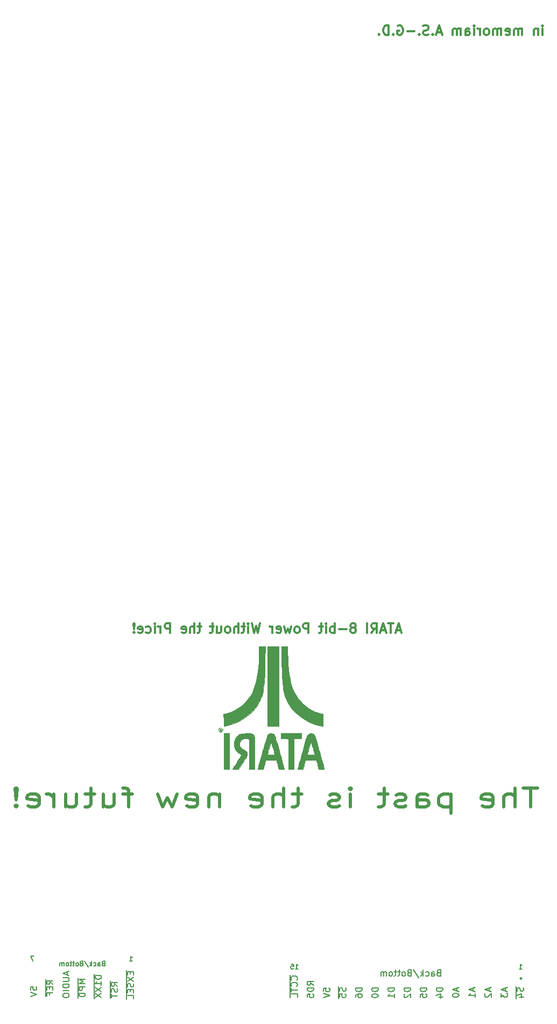
<source format=gbo>
%TF.GenerationSoftware,KiCad,Pcbnew,4.0.2+dfsg1-stable*%
%TF.CreationDate,2019-06-27T14:18:58+02:00*%
%TF.ProjectId,abex,616265782E6B696361645F7063620000,rev?*%
%TF.FileFunction,Legend,Bot*%
%FSLAX46Y46*%
G04 Gerber Fmt 4.6, Leading zero omitted, Abs format (unit mm)*
G04 Created by KiCad (PCBNEW 4.0.2+dfsg1-stable) date gio 27 giu 2019 14:18:58 CEST*
%MOMM*%
G01*
G04 APERTURE LIST*
%ADD10C,0.100000*%
%ADD11C,0.500000*%
%ADD12C,0.300000*%
%ADD13C,0.150000*%
%ADD14C,0.010000*%
G04 APERTURE END LIST*
D10*
D11*
X167063333Y-144407143D02*
X164777618Y-144407143D01*
X165920475Y-147407143D02*
X165920475Y-144407143D01*
X163444285Y-147407143D02*
X163444285Y-144407143D01*
X161729999Y-147407143D02*
X161729999Y-145835714D01*
X161920476Y-145550000D01*
X162301428Y-145407143D01*
X162872856Y-145407143D01*
X163253809Y-145550000D01*
X163444285Y-145692857D01*
X158301428Y-147264286D02*
X158682380Y-147407143D01*
X159444285Y-147407143D01*
X159825237Y-147264286D01*
X160015713Y-146978571D01*
X160015713Y-145835714D01*
X159825237Y-145550000D01*
X159444285Y-145407143D01*
X158682380Y-145407143D01*
X158301428Y-145550000D01*
X158110951Y-145835714D01*
X158110951Y-146121429D01*
X160015713Y-146407143D01*
X153349047Y-145407143D02*
X153349047Y-148407143D01*
X153349047Y-145550000D02*
X152968095Y-145407143D01*
X152206190Y-145407143D01*
X151825238Y-145550000D01*
X151634761Y-145692857D01*
X151444285Y-145978571D01*
X151444285Y-146835714D01*
X151634761Y-147121429D01*
X151825238Y-147264286D01*
X152206190Y-147407143D01*
X152968095Y-147407143D01*
X153349047Y-147264286D01*
X148015713Y-147407143D02*
X148015713Y-145835714D01*
X148206190Y-145550000D01*
X148587142Y-145407143D01*
X149349047Y-145407143D01*
X149729999Y-145550000D01*
X148015713Y-147264286D02*
X148396666Y-147407143D01*
X149349047Y-147407143D01*
X149729999Y-147264286D01*
X149920475Y-146978571D01*
X149920475Y-146692857D01*
X149729999Y-146407143D01*
X149349047Y-146264286D01*
X148396666Y-146264286D01*
X148015713Y-146121429D01*
X146301427Y-147264286D02*
X145920475Y-147407143D01*
X145158570Y-147407143D01*
X144777618Y-147264286D01*
X144587142Y-146978571D01*
X144587142Y-146835714D01*
X144777618Y-146550000D01*
X145158570Y-146407143D01*
X145729999Y-146407143D01*
X146110951Y-146264286D01*
X146301427Y-145978571D01*
X146301427Y-145835714D01*
X146110951Y-145550000D01*
X145729999Y-145407143D01*
X145158570Y-145407143D01*
X144777618Y-145550000D01*
X143444285Y-145407143D02*
X141920475Y-145407143D01*
X142872856Y-144407143D02*
X142872856Y-146978571D01*
X142682380Y-147264286D01*
X142301427Y-147407143D01*
X141920475Y-147407143D01*
X137539523Y-147407143D02*
X137539523Y-145407143D01*
X137539523Y-144407143D02*
X137729999Y-144550000D01*
X137539523Y-144692857D01*
X137349047Y-144550000D01*
X137539523Y-144407143D01*
X137539523Y-144692857D01*
X135825237Y-147264286D02*
X135444285Y-147407143D01*
X134682380Y-147407143D01*
X134301428Y-147264286D01*
X134110952Y-146978571D01*
X134110952Y-146835714D01*
X134301428Y-146550000D01*
X134682380Y-146407143D01*
X135253809Y-146407143D01*
X135634761Y-146264286D01*
X135825237Y-145978571D01*
X135825237Y-145835714D01*
X135634761Y-145550000D01*
X135253809Y-145407143D01*
X134682380Y-145407143D01*
X134301428Y-145550000D01*
X129920476Y-145407143D02*
X128396666Y-145407143D01*
X129349047Y-144407143D02*
X129349047Y-146978571D01*
X129158571Y-147264286D01*
X128777618Y-147407143D01*
X128396666Y-147407143D01*
X127063333Y-147407143D02*
X127063333Y-144407143D01*
X125349047Y-147407143D02*
X125349047Y-145835714D01*
X125539524Y-145550000D01*
X125920476Y-145407143D01*
X126491904Y-145407143D01*
X126872857Y-145550000D01*
X127063333Y-145692857D01*
X121920476Y-147264286D02*
X122301428Y-147407143D01*
X123063333Y-147407143D01*
X123444285Y-147264286D01*
X123634761Y-146978571D01*
X123634761Y-145835714D01*
X123444285Y-145550000D01*
X123063333Y-145407143D01*
X122301428Y-145407143D01*
X121920476Y-145550000D01*
X121729999Y-145835714D01*
X121729999Y-146121429D01*
X123634761Y-146407143D01*
X116968095Y-145407143D02*
X116968095Y-147407143D01*
X116968095Y-145692857D02*
X116777619Y-145550000D01*
X116396666Y-145407143D01*
X115825238Y-145407143D01*
X115444286Y-145550000D01*
X115253809Y-145835714D01*
X115253809Y-147407143D01*
X111825238Y-147264286D02*
X112206190Y-147407143D01*
X112968095Y-147407143D01*
X113349047Y-147264286D01*
X113539523Y-146978571D01*
X113539523Y-145835714D01*
X113349047Y-145550000D01*
X112968095Y-145407143D01*
X112206190Y-145407143D01*
X111825238Y-145550000D01*
X111634761Y-145835714D01*
X111634761Y-146121429D01*
X113539523Y-146407143D01*
X110301428Y-145407143D02*
X109539524Y-147407143D01*
X108777619Y-145978571D01*
X108015714Y-147407143D01*
X107253809Y-145407143D01*
X103253810Y-145407143D02*
X101730000Y-145407143D01*
X102682381Y-147407143D02*
X102682381Y-144835714D01*
X102491905Y-144550000D01*
X102110952Y-144407143D01*
X101730000Y-144407143D01*
X98682381Y-145407143D02*
X98682381Y-147407143D01*
X100396667Y-145407143D02*
X100396667Y-146978571D01*
X100206191Y-147264286D01*
X99825238Y-147407143D01*
X99253810Y-147407143D01*
X98872858Y-147264286D01*
X98682381Y-147121429D01*
X97349048Y-145407143D02*
X95825238Y-145407143D01*
X96777619Y-144407143D02*
X96777619Y-146978571D01*
X96587143Y-147264286D01*
X96206190Y-147407143D01*
X95825238Y-147407143D01*
X92777619Y-145407143D02*
X92777619Y-147407143D01*
X94491905Y-145407143D02*
X94491905Y-146978571D01*
X94301429Y-147264286D01*
X93920476Y-147407143D01*
X93349048Y-147407143D01*
X92968096Y-147264286D01*
X92777619Y-147121429D01*
X90872857Y-147407143D02*
X90872857Y-145407143D01*
X90872857Y-145978571D02*
X90682381Y-145692857D01*
X90491905Y-145550000D01*
X90110952Y-145407143D01*
X89730000Y-145407143D01*
X86872858Y-147264286D02*
X87253810Y-147407143D01*
X88015715Y-147407143D01*
X88396667Y-147264286D01*
X88587143Y-146978571D01*
X88587143Y-145835714D01*
X88396667Y-145550000D01*
X88015715Y-145407143D01*
X87253810Y-145407143D01*
X86872858Y-145550000D01*
X86682381Y-145835714D01*
X86682381Y-146121429D01*
X88587143Y-146407143D01*
X84968096Y-147121429D02*
X84777620Y-147264286D01*
X84968096Y-147407143D01*
X85158572Y-147264286D01*
X84968096Y-147121429D01*
X84968096Y-147407143D01*
X84968096Y-146264286D02*
X85158572Y-144550000D01*
X84968096Y-144407143D01*
X84777620Y-144550000D01*
X84968096Y-146264286D01*
X84968096Y-144407143D01*
D12*
X145495714Y-119630000D02*
X144781428Y-119630000D01*
X145638571Y-120058571D02*
X145138571Y-118558571D01*
X144638571Y-120058571D01*
X144352857Y-118558571D02*
X143495714Y-118558571D01*
X143924285Y-120058571D02*
X143924285Y-118558571D01*
X143067143Y-119630000D02*
X142352857Y-119630000D01*
X143210000Y-120058571D02*
X142710000Y-118558571D01*
X142210000Y-120058571D01*
X140852857Y-120058571D02*
X141352857Y-119344286D01*
X141710000Y-120058571D02*
X141710000Y-118558571D01*
X141138572Y-118558571D01*
X140995714Y-118630000D01*
X140924286Y-118701429D01*
X140852857Y-118844286D01*
X140852857Y-119058571D01*
X140924286Y-119201429D01*
X140995714Y-119272857D01*
X141138572Y-119344286D01*
X141710000Y-119344286D01*
X140210000Y-120058571D02*
X140210000Y-118558571D01*
X138138571Y-119201429D02*
X138281429Y-119130000D01*
X138352857Y-119058571D01*
X138424286Y-118915714D01*
X138424286Y-118844286D01*
X138352857Y-118701429D01*
X138281429Y-118630000D01*
X138138571Y-118558571D01*
X137852857Y-118558571D01*
X137710000Y-118630000D01*
X137638571Y-118701429D01*
X137567143Y-118844286D01*
X137567143Y-118915714D01*
X137638571Y-119058571D01*
X137710000Y-119130000D01*
X137852857Y-119201429D01*
X138138571Y-119201429D01*
X138281429Y-119272857D01*
X138352857Y-119344286D01*
X138424286Y-119487143D01*
X138424286Y-119772857D01*
X138352857Y-119915714D01*
X138281429Y-119987143D01*
X138138571Y-120058571D01*
X137852857Y-120058571D01*
X137710000Y-119987143D01*
X137638571Y-119915714D01*
X137567143Y-119772857D01*
X137567143Y-119487143D01*
X137638571Y-119344286D01*
X137710000Y-119272857D01*
X137852857Y-119201429D01*
X136924286Y-119487143D02*
X135781429Y-119487143D01*
X135067143Y-120058571D02*
X135067143Y-118558571D01*
X135067143Y-119130000D02*
X134924286Y-119058571D01*
X134638572Y-119058571D01*
X134495715Y-119130000D01*
X134424286Y-119201429D01*
X134352857Y-119344286D01*
X134352857Y-119772857D01*
X134424286Y-119915714D01*
X134495715Y-119987143D01*
X134638572Y-120058571D01*
X134924286Y-120058571D01*
X135067143Y-119987143D01*
X133710000Y-120058571D02*
X133710000Y-119058571D01*
X133710000Y-118558571D02*
X133781429Y-118630000D01*
X133710000Y-118701429D01*
X133638572Y-118630000D01*
X133710000Y-118558571D01*
X133710000Y-118701429D01*
X133210000Y-119058571D02*
X132638571Y-119058571D01*
X132995714Y-118558571D02*
X132995714Y-119844286D01*
X132924286Y-119987143D01*
X132781428Y-120058571D01*
X132638571Y-120058571D01*
X130995714Y-120058571D02*
X130995714Y-118558571D01*
X130424286Y-118558571D01*
X130281428Y-118630000D01*
X130210000Y-118701429D01*
X130138571Y-118844286D01*
X130138571Y-119058571D01*
X130210000Y-119201429D01*
X130281428Y-119272857D01*
X130424286Y-119344286D01*
X130995714Y-119344286D01*
X129281428Y-120058571D02*
X129424286Y-119987143D01*
X129495714Y-119915714D01*
X129567143Y-119772857D01*
X129567143Y-119344286D01*
X129495714Y-119201429D01*
X129424286Y-119130000D01*
X129281428Y-119058571D01*
X129067143Y-119058571D01*
X128924286Y-119130000D01*
X128852857Y-119201429D01*
X128781428Y-119344286D01*
X128781428Y-119772857D01*
X128852857Y-119915714D01*
X128924286Y-119987143D01*
X129067143Y-120058571D01*
X129281428Y-120058571D01*
X128281428Y-119058571D02*
X127995714Y-120058571D01*
X127710000Y-119344286D01*
X127424285Y-120058571D01*
X127138571Y-119058571D01*
X125995714Y-119987143D02*
X126138571Y-120058571D01*
X126424285Y-120058571D01*
X126567142Y-119987143D01*
X126638571Y-119844286D01*
X126638571Y-119272857D01*
X126567142Y-119130000D01*
X126424285Y-119058571D01*
X126138571Y-119058571D01*
X125995714Y-119130000D01*
X125924285Y-119272857D01*
X125924285Y-119415714D01*
X126638571Y-119558571D01*
X125281428Y-120058571D02*
X125281428Y-119058571D01*
X125281428Y-119344286D02*
X125210000Y-119201429D01*
X125138571Y-119130000D01*
X124995714Y-119058571D01*
X124852857Y-119058571D01*
X123352857Y-118558571D02*
X122995714Y-120058571D01*
X122710000Y-118987143D01*
X122424286Y-120058571D01*
X122067143Y-118558571D01*
X121495714Y-120058571D02*
X121495714Y-119058571D01*
X121495714Y-118558571D02*
X121567143Y-118630000D01*
X121495714Y-118701429D01*
X121424286Y-118630000D01*
X121495714Y-118558571D01*
X121495714Y-118701429D01*
X120995714Y-119058571D02*
X120424285Y-119058571D01*
X120781428Y-118558571D02*
X120781428Y-119844286D01*
X120710000Y-119987143D01*
X120567142Y-120058571D01*
X120424285Y-120058571D01*
X119924285Y-120058571D02*
X119924285Y-118558571D01*
X119281428Y-120058571D02*
X119281428Y-119272857D01*
X119352857Y-119130000D01*
X119495714Y-119058571D01*
X119709999Y-119058571D01*
X119852857Y-119130000D01*
X119924285Y-119201429D01*
X118352856Y-120058571D02*
X118495714Y-119987143D01*
X118567142Y-119915714D01*
X118638571Y-119772857D01*
X118638571Y-119344286D01*
X118567142Y-119201429D01*
X118495714Y-119130000D01*
X118352856Y-119058571D01*
X118138571Y-119058571D01*
X117995714Y-119130000D01*
X117924285Y-119201429D01*
X117852856Y-119344286D01*
X117852856Y-119772857D01*
X117924285Y-119915714D01*
X117995714Y-119987143D01*
X118138571Y-120058571D01*
X118352856Y-120058571D01*
X116567142Y-119058571D02*
X116567142Y-120058571D01*
X117209999Y-119058571D02*
X117209999Y-119844286D01*
X117138571Y-119987143D01*
X116995713Y-120058571D01*
X116781428Y-120058571D01*
X116638571Y-119987143D01*
X116567142Y-119915714D01*
X116067142Y-119058571D02*
X115495713Y-119058571D01*
X115852856Y-118558571D02*
X115852856Y-119844286D01*
X115781428Y-119987143D01*
X115638570Y-120058571D01*
X115495713Y-120058571D01*
X114067142Y-119058571D02*
X113495713Y-119058571D01*
X113852856Y-118558571D02*
X113852856Y-119844286D01*
X113781428Y-119987143D01*
X113638570Y-120058571D01*
X113495713Y-120058571D01*
X112995713Y-120058571D02*
X112995713Y-118558571D01*
X112352856Y-120058571D02*
X112352856Y-119272857D01*
X112424285Y-119130000D01*
X112567142Y-119058571D01*
X112781427Y-119058571D01*
X112924285Y-119130000D01*
X112995713Y-119201429D01*
X111067142Y-119987143D02*
X111209999Y-120058571D01*
X111495713Y-120058571D01*
X111638570Y-119987143D01*
X111709999Y-119844286D01*
X111709999Y-119272857D01*
X111638570Y-119130000D01*
X111495713Y-119058571D01*
X111209999Y-119058571D01*
X111067142Y-119130000D01*
X110995713Y-119272857D01*
X110995713Y-119415714D01*
X111709999Y-119558571D01*
X109209999Y-120058571D02*
X109209999Y-118558571D01*
X108638571Y-118558571D01*
X108495713Y-118630000D01*
X108424285Y-118701429D01*
X108352856Y-118844286D01*
X108352856Y-119058571D01*
X108424285Y-119201429D01*
X108495713Y-119272857D01*
X108638571Y-119344286D01*
X109209999Y-119344286D01*
X107709999Y-120058571D02*
X107709999Y-119058571D01*
X107709999Y-119344286D02*
X107638571Y-119201429D01*
X107567142Y-119130000D01*
X107424285Y-119058571D01*
X107281428Y-119058571D01*
X106781428Y-120058571D02*
X106781428Y-119058571D01*
X106781428Y-118558571D02*
X106852857Y-118630000D01*
X106781428Y-118701429D01*
X106710000Y-118630000D01*
X106781428Y-118558571D01*
X106781428Y-118701429D01*
X105424285Y-119987143D02*
X105567142Y-120058571D01*
X105852856Y-120058571D01*
X105995714Y-119987143D01*
X106067142Y-119915714D01*
X106138571Y-119772857D01*
X106138571Y-119344286D01*
X106067142Y-119201429D01*
X105995714Y-119130000D01*
X105852856Y-119058571D01*
X105567142Y-119058571D01*
X105424285Y-119130000D01*
X104210000Y-119987143D02*
X104352857Y-120058571D01*
X104638571Y-120058571D01*
X104781428Y-119987143D01*
X104852857Y-119844286D01*
X104852857Y-119272857D01*
X104781428Y-119130000D01*
X104638571Y-119058571D01*
X104352857Y-119058571D01*
X104210000Y-119130000D01*
X104138571Y-119272857D01*
X104138571Y-119415714D01*
X104852857Y-119558571D01*
X103495714Y-119915714D02*
X103424286Y-119987143D01*
X103495714Y-120058571D01*
X103567143Y-119987143D01*
X103495714Y-119915714D01*
X103495714Y-120058571D01*
X103495714Y-119487143D02*
X103567143Y-118630000D01*
X103495714Y-118558571D01*
X103424286Y-118630000D01*
X103495714Y-119487143D01*
X103495714Y-118558571D01*
X167797143Y-26078571D02*
X167797143Y-25078571D01*
X167797143Y-24578571D02*
X167868572Y-24650000D01*
X167797143Y-24721429D01*
X167725715Y-24650000D01*
X167797143Y-24578571D01*
X167797143Y-24721429D01*
X167082857Y-25078571D02*
X167082857Y-26078571D01*
X167082857Y-25221429D02*
X167011429Y-25150000D01*
X166868571Y-25078571D01*
X166654286Y-25078571D01*
X166511429Y-25150000D01*
X166440000Y-25292857D01*
X166440000Y-26078571D01*
X164582857Y-26078571D02*
X164582857Y-25078571D01*
X164582857Y-25221429D02*
X164511429Y-25150000D01*
X164368571Y-25078571D01*
X164154286Y-25078571D01*
X164011429Y-25150000D01*
X163940000Y-25292857D01*
X163940000Y-26078571D01*
X163940000Y-25292857D02*
X163868571Y-25150000D01*
X163725714Y-25078571D01*
X163511429Y-25078571D01*
X163368571Y-25150000D01*
X163297143Y-25292857D01*
X163297143Y-26078571D01*
X162011429Y-26007143D02*
X162154286Y-26078571D01*
X162440000Y-26078571D01*
X162582857Y-26007143D01*
X162654286Y-25864286D01*
X162654286Y-25292857D01*
X162582857Y-25150000D01*
X162440000Y-25078571D01*
X162154286Y-25078571D01*
X162011429Y-25150000D01*
X161940000Y-25292857D01*
X161940000Y-25435714D01*
X162654286Y-25578571D01*
X161297143Y-26078571D02*
X161297143Y-25078571D01*
X161297143Y-25221429D02*
X161225715Y-25150000D01*
X161082857Y-25078571D01*
X160868572Y-25078571D01*
X160725715Y-25150000D01*
X160654286Y-25292857D01*
X160654286Y-26078571D01*
X160654286Y-25292857D02*
X160582857Y-25150000D01*
X160440000Y-25078571D01*
X160225715Y-25078571D01*
X160082857Y-25150000D01*
X160011429Y-25292857D01*
X160011429Y-26078571D01*
X159082857Y-26078571D02*
X159225715Y-26007143D01*
X159297143Y-25935714D01*
X159368572Y-25792857D01*
X159368572Y-25364286D01*
X159297143Y-25221429D01*
X159225715Y-25150000D01*
X159082857Y-25078571D01*
X158868572Y-25078571D01*
X158725715Y-25150000D01*
X158654286Y-25221429D01*
X158582857Y-25364286D01*
X158582857Y-25792857D01*
X158654286Y-25935714D01*
X158725715Y-26007143D01*
X158868572Y-26078571D01*
X159082857Y-26078571D01*
X157940000Y-26078571D02*
X157940000Y-25078571D01*
X157940000Y-25364286D02*
X157868572Y-25221429D01*
X157797143Y-25150000D01*
X157654286Y-25078571D01*
X157511429Y-25078571D01*
X157011429Y-26078571D02*
X157011429Y-25078571D01*
X157011429Y-24578571D02*
X157082858Y-24650000D01*
X157011429Y-24721429D01*
X156940001Y-24650000D01*
X157011429Y-24578571D01*
X157011429Y-24721429D01*
X155654286Y-26078571D02*
X155654286Y-25292857D01*
X155725715Y-25150000D01*
X155868572Y-25078571D01*
X156154286Y-25078571D01*
X156297143Y-25150000D01*
X155654286Y-26007143D02*
X155797143Y-26078571D01*
X156154286Y-26078571D01*
X156297143Y-26007143D01*
X156368572Y-25864286D01*
X156368572Y-25721429D01*
X156297143Y-25578571D01*
X156154286Y-25507143D01*
X155797143Y-25507143D01*
X155654286Y-25435714D01*
X154940000Y-26078571D02*
X154940000Y-25078571D01*
X154940000Y-25221429D02*
X154868572Y-25150000D01*
X154725714Y-25078571D01*
X154511429Y-25078571D01*
X154368572Y-25150000D01*
X154297143Y-25292857D01*
X154297143Y-26078571D01*
X154297143Y-25292857D02*
X154225714Y-25150000D01*
X154082857Y-25078571D01*
X153868572Y-25078571D01*
X153725714Y-25150000D01*
X153654286Y-25292857D01*
X153654286Y-26078571D01*
X151868572Y-25650000D02*
X151154286Y-25650000D01*
X152011429Y-26078571D02*
X151511429Y-24578571D01*
X151011429Y-26078571D01*
X150511429Y-25935714D02*
X150440001Y-26007143D01*
X150511429Y-26078571D01*
X150582858Y-26007143D01*
X150511429Y-25935714D01*
X150511429Y-26078571D01*
X149868572Y-26007143D02*
X149654286Y-26078571D01*
X149297143Y-26078571D01*
X149154286Y-26007143D01*
X149082857Y-25935714D01*
X149011429Y-25792857D01*
X149011429Y-25650000D01*
X149082857Y-25507143D01*
X149154286Y-25435714D01*
X149297143Y-25364286D01*
X149582857Y-25292857D01*
X149725715Y-25221429D01*
X149797143Y-25150000D01*
X149868572Y-25007143D01*
X149868572Y-24864286D01*
X149797143Y-24721429D01*
X149725715Y-24650000D01*
X149582857Y-24578571D01*
X149225715Y-24578571D01*
X149011429Y-24650000D01*
X148368572Y-25935714D02*
X148297144Y-26007143D01*
X148368572Y-26078571D01*
X148440001Y-26007143D01*
X148368572Y-25935714D01*
X148368572Y-26078571D01*
X147654286Y-25507143D02*
X146511429Y-25507143D01*
X145011429Y-24650000D02*
X145154286Y-24578571D01*
X145368572Y-24578571D01*
X145582857Y-24650000D01*
X145725715Y-24792857D01*
X145797143Y-24935714D01*
X145868572Y-25221429D01*
X145868572Y-25435714D01*
X145797143Y-25721429D01*
X145725715Y-25864286D01*
X145582857Y-26007143D01*
X145368572Y-26078571D01*
X145225715Y-26078571D01*
X145011429Y-26007143D01*
X144940000Y-25935714D01*
X144940000Y-25435714D01*
X145225715Y-25435714D01*
X144297143Y-25935714D02*
X144225715Y-26007143D01*
X144297143Y-26078571D01*
X144368572Y-26007143D01*
X144297143Y-25935714D01*
X144297143Y-26078571D01*
X143582857Y-26078571D02*
X143582857Y-24578571D01*
X143225714Y-24578571D01*
X143011429Y-24650000D01*
X142868571Y-24792857D01*
X142797143Y-24935714D01*
X142725714Y-25221429D01*
X142725714Y-25435714D01*
X142797143Y-25721429D01*
X142868571Y-25864286D01*
X143011429Y-26007143D01*
X143225714Y-26078571D01*
X143582857Y-26078571D01*
X142082857Y-25935714D02*
X142011429Y-26007143D01*
X142082857Y-26078571D01*
X142154286Y-26007143D01*
X142082857Y-25935714D01*
X142082857Y-26078571D01*
D13*
X164535490Y-174365500D02*
G75*
G03X164535490Y-174365500I-141990J0D01*
G01*
X164457000Y-174365500D02*
G75*
G03X164457000Y-174365500I-63500J0D01*
G01*
D14*
G36*
X131111950Y-135873784D02*
X130920492Y-135981839D01*
X130776369Y-136159184D01*
X130696716Y-136350389D01*
X130669535Y-136443989D01*
X130623501Y-136604794D01*
X130560996Y-136824362D01*
X130484397Y-137094253D01*
X130396084Y-137406024D01*
X130298437Y-137751237D01*
X130193834Y-138121448D01*
X130084654Y-138508218D01*
X129973277Y-138903106D01*
X129862083Y-139297670D01*
X129753449Y-139683469D01*
X129649755Y-140052064D01*
X129553382Y-140395012D01*
X129466706Y-140703872D01*
X129392109Y-140970205D01*
X129331968Y-141185568D01*
X129288664Y-141341521D01*
X129264575Y-141429623D01*
X129260333Y-141446451D01*
X129299673Y-141455228D01*
X129405727Y-141462187D01*
X129560549Y-141466440D01*
X129682448Y-141467333D01*
X130104563Y-141467333D01*
X130187575Y-141181583D01*
X130236985Y-141010299D01*
X130298976Y-140793693D01*
X130363207Y-140567946D01*
X130390233Y-140472500D01*
X130509880Y-140049166D01*
X131331966Y-140037642D01*
X131588008Y-140035703D01*
X131814946Y-140037119D01*
X131999227Y-140041548D01*
X132127299Y-140048651D01*
X132185607Y-140058087D01*
X132187058Y-140059124D01*
X132208860Y-140109205D01*
X132248145Y-140226723D01*
X132300470Y-140397337D01*
X132361394Y-140606705D01*
X132406919Y-140769148D01*
X132593776Y-141446166D01*
X133022555Y-141458230D01*
X133201442Y-141461283D01*
X133343742Y-141459941D01*
X133431666Y-141454599D01*
X133451333Y-141448701D01*
X133440119Y-141402821D01*
X133408093Y-141284099D01*
X133357681Y-141101109D01*
X133291309Y-140862422D01*
X133211401Y-140576613D01*
X133120384Y-140252254D01*
X133020683Y-139897919D01*
X132914723Y-139522182D01*
X132814414Y-139167176D01*
X131957048Y-139167176D01*
X131950572Y-139189705D01*
X131904021Y-139205616D01*
X131806830Y-139215907D01*
X131648436Y-139221572D01*
X131418278Y-139223607D01*
X131357510Y-139223666D01*
X131116354Y-139222939D01*
X130947761Y-139219762D01*
X130839632Y-139212640D01*
X130779868Y-139200077D01*
X130756372Y-139180580D01*
X130757044Y-139152653D01*
X130757903Y-139149583D01*
X130776543Y-139085381D01*
X130814273Y-138955205D01*
X130866644Y-138774409D01*
X130929210Y-138558350D01*
X130975583Y-138398166D01*
X131049086Y-138144391D01*
X131121732Y-137893819D01*
X131187060Y-137668726D01*
X131238606Y-137491387D01*
X131257422Y-137426793D01*
X131307388Y-137271859D01*
X131345165Y-137194518D01*
X131373761Y-137189074D01*
X131378915Y-137196592D01*
X131400330Y-137254482D01*
X131440598Y-137381415D01*
X131495961Y-137564843D01*
X131562663Y-137792218D01*
X131636947Y-138050991D01*
X131675006Y-138185559D01*
X131750942Y-138454501D01*
X131820080Y-138697715D01*
X131878856Y-138902793D01*
X131923705Y-139057329D01*
X131951061Y-139148912D01*
X131957048Y-139167176D01*
X132814414Y-139167176D01*
X132804930Y-139133614D01*
X132693730Y-138740791D01*
X132583547Y-138352284D01*
X132476808Y-137976667D01*
X132375938Y-137622513D01*
X132283362Y-137298395D01*
X132201507Y-137012888D01*
X132132796Y-136774563D01*
X132079657Y-136591994D01*
X132044514Y-136473755D01*
X132036638Y-136448283D01*
X131938902Y-136194877D01*
X131824680Y-136016578D01*
X131683436Y-135904036D01*
X131504633Y-135847900D01*
X131348033Y-135837158D01*
X131111950Y-135873784D01*
X131111950Y-135873784D01*
G37*
X131111950Y-135873784D02*
X130920492Y-135981839D01*
X130776369Y-136159184D01*
X130696716Y-136350389D01*
X130669535Y-136443989D01*
X130623501Y-136604794D01*
X130560996Y-136824362D01*
X130484397Y-137094253D01*
X130396084Y-137406024D01*
X130298437Y-137751237D01*
X130193834Y-138121448D01*
X130084654Y-138508218D01*
X129973277Y-138903106D01*
X129862083Y-139297670D01*
X129753449Y-139683469D01*
X129649755Y-140052064D01*
X129553382Y-140395012D01*
X129466706Y-140703872D01*
X129392109Y-140970205D01*
X129331968Y-141185568D01*
X129288664Y-141341521D01*
X129264575Y-141429623D01*
X129260333Y-141446451D01*
X129299673Y-141455228D01*
X129405727Y-141462187D01*
X129560549Y-141466440D01*
X129682448Y-141467333D01*
X130104563Y-141467333D01*
X130187575Y-141181583D01*
X130236985Y-141010299D01*
X130298976Y-140793693D01*
X130363207Y-140567946D01*
X130390233Y-140472500D01*
X130509880Y-140049166D01*
X131331966Y-140037642D01*
X131588008Y-140035703D01*
X131814946Y-140037119D01*
X131999227Y-140041548D01*
X132127299Y-140048651D01*
X132185607Y-140058087D01*
X132187058Y-140059124D01*
X132208860Y-140109205D01*
X132248145Y-140226723D01*
X132300470Y-140397337D01*
X132361394Y-140606705D01*
X132406919Y-140769148D01*
X132593776Y-141446166D01*
X133022555Y-141458230D01*
X133201442Y-141461283D01*
X133343742Y-141459941D01*
X133431666Y-141454599D01*
X133451333Y-141448701D01*
X133440119Y-141402821D01*
X133408093Y-141284099D01*
X133357681Y-141101109D01*
X133291309Y-140862422D01*
X133211401Y-140576613D01*
X133120384Y-140252254D01*
X133020683Y-139897919D01*
X132914723Y-139522182D01*
X132814414Y-139167176D01*
X131957048Y-139167176D01*
X131950572Y-139189705D01*
X131904021Y-139205616D01*
X131806830Y-139215907D01*
X131648436Y-139221572D01*
X131418278Y-139223607D01*
X131357510Y-139223666D01*
X131116354Y-139222939D01*
X130947761Y-139219762D01*
X130839632Y-139212640D01*
X130779868Y-139200077D01*
X130756372Y-139180580D01*
X130757044Y-139152653D01*
X130757903Y-139149583D01*
X130776543Y-139085381D01*
X130814273Y-138955205D01*
X130866644Y-138774409D01*
X130929210Y-138558350D01*
X130975583Y-138398166D01*
X131049086Y-138144391D01*
X131121732Y-137893819D01*
X131187060Y-137668726D01*
X131238606Y-137491387D01*
X131257422Y-137426793D01*
X131307388Y-137271859D01*
X131345165Y-137194518D01*
X131373761Y-137189074D01*
X131378915Y-137196592D01*
X131400330Y-137254482D01*
X131440598Y-137381415D01*
X131495961Y-137564843D01*
X131562663Y-137792218D01*
X131636947Y-138050991D01*
X131675006Y-138185559D01*
X131750942Y-138454501D01*
X131820080Y-138697715D01*
X131878856Y-138902793D01*
X131923705Y-139057329D01*
X131951061Y-139148912D01*
X131957048Y-139167176D01*
X132814414Y-139167176D01*
X132804930Y-139133614D01*
X132693730Y-138740791D01*
X132583547Y-138352284D01*
X132476808Y-137976667D01*
X132375938Y-137622513D01*
X132283362Y-137298395D01*
X132201507Y-137012888D01*
X132132796Y-136774563D01*
X132079657Y-136591994D01*
X132044514Y-136473755D01*
X132036638Y-136448283D01*
X131938902Y-136194877D01*
X131824680Y-136016578D01*
X131683436Y-135904036D01*
X131504633Y-135847900D01*
X131348033Y-135837158D01*
X131111950Y-135873784D01*
G36*
X126635666Y-136641333D02*
X126840830Y-136641333D01*
X126979646Y-136644461D01*
X127168455Y-136652783D01*
X127372854Y-136664700D01*
X127433496Y-136668839D01*
X127821000Y-136696344D01*
X127821000Y-141467333D01*
X128667666Y-141467333D01*
X128667666Y-136641333D01*
X129853000Y-136641333D01*
X129853000Y-135837000D01*
X126635666Y-135837000D01*
X126635666Y-136641333D01*
X126635666Y-136641333D01*
G37*
X126635666Y-136641333D02*
X126840830Y-136641333D01*
X126979646Y-136644461D01*
X127168455Y-136652783D01*
X127372854Y-136664700D01*
X127433496Y-136668839D01*
X127821000Y-136696344D01*
X127821000Y-141467333D01*
X128667666Y-141467333D01*
X128667666Y-136641333D01*
X129853000Y-136641333D01*
X129853000Y-135837000D01*
X126635666Y-135837000D01*
X126635666Y-136641333D01*
G36*
X124846270Y-135869875D02*
X124748315Y-135905006D01*
X124625648Y-135990190D01*
X124524403Y-136103585D01*
X124520495Y-136109746D01*
X124497762Y-136168081D01*
X124454706Y-136299358D01*
X124393785Y-136495032D01*
X124317457Y-136746560D01*
X124228180Y-137045397D01*
X124128411Y-137382999D01*
X124020609Y-137750823D01*
X123907231Y-138140323D01*
X123790735Y-138542955D01*
X123673579Y-138950177D01*
X123558220Y-139353442D01*
X123447118Y-139744208D01*
X123342729Y-140113930D01*
X123247511Y-140454064D01*
X123163923Y-140756066D01*
X123094422Y-141011391D01*
X123041465Y-141211496D01*
X123007512Y-141347836D01*
X122995018Y-141411867D01*
X122995000Y-141412789D01*
X123018270Y-141439471D01*
X123095323Y-141456492D01*
X123237018Y-141465276D01*
X123410605Y-141467333D01*
X123826209Y-141467333D01*
X124006121Y-140821750D01*
X124069210Y-140595480D01*
X124125417Y-140394106D01*
X124170300Y-140233531D01*
X124199414Y-140129655D01*
X124207202Y-140102083D01*
X124221143Y-140076408D01*
X124253686Y-140057413D01*
X124316069Y-140044109D01*
X124419533Y-140035506D01*
X124575313Y-140030614D01*
X124794651Y-140028444D01*
X125048521Y-140028000D01*
X125355715Y-140029572D01*
X125586288Y-140034618D01*
X125748230Y-140043632D01*
X125849535Y-140057106D01*
X125898194Y-140075534D01*
X125902918Y-140080735D01*
X125925930Y-140137762D01*
X125967325Y-140261153D01*
X126022317Y-140435837D01*
X126086117Y-140646746D01*
X126128208Y-140789819D01*
X126319249Y-141446166D01*
X126731458Y-141458282D01*
X126928020Y-141461661D01*
X127053383Y-141456907D01*
X127120750Y-141442544D01*
X127143327Y-141417099D01*
X127143666Y-141412243D01*
X127132559Y-141359965D01*
X127100858Y-141235196D01*
X127050997Y-141046922D01*
X126985410Y-140804129D01*
X126906531Y-140515801D01*
X126816793Y-140190923D01*
X126718630Y-139838481D01*
X126681756Y-139706794D01*
X126532958Y-139176249D01*
X125662000Y-139176249D01*
X125627031Y-139197450D01*
X125519481Y-139212208D01*
X125335388Y-139220842D01*
X125070788Y-139223666D01*
X125069333Y-139223666D01*
X124856335Y-139221368D01*
X124677295Y-139215056D01*
X124547360Y-139205605D01*
X124481675Y-139193890D01*
X124476666Y-139189448D01*
X124488080Y-139133476D01*
X124519653Y-139011545D01*
X124567382Y-138837372D01*
X124627266Y-138624674D01*
X124695303Y-138387169D01*
X124767491Y-138138573D01*
X124839826Y-137892603D01*
X124908309Y-137662976D01*
X124968935Y-137463410D01*
X125017703Y-137307622D01*
X125050611Y-137209327D01*
X125062488Y-137181578D01*
X125080286Y-137213161D01*
X125117104Y-137313086D01*
X125168989Y-137468203D01*
X125231991Y-137665365D01*
X125302155Y-137891423D01*
X125375532Y-138133227D01*
X125448168Y-138377628D01*
X125516112Y-138611478D01*
X125575411Y-138821628D01*
X125622115Y-138994929D01*
X125652270Y-139118233D01*
X125662000Y-139176249D01*
X126532958Y-139176249D01*
X126504790Y-139075815D01*
X126348988Y-138521233D01*
X126212634Y-138037928D01*
X126094013Y-137620780D01*
X125991409Y-137264668D01*
X125903106Y-136964473D01*
X125827390Y-136715075D01*
X125762543Y-136511353D01*
X125706852Y-136348189D01*
X125658599Y-136220460D01*
X125616070Y-136123049D01*
X125577549Y-136050834D01*
X125541320Y-135998697D01*
X125505669Y-135961515D01*
X125468878Y-135934171D01*
X125429233Y-135911543D01*
X125406015Y-135899473D01*
X125242149Y-135850456D01*
X125042536Y-135840700D01*
X124846270Y-135869875D01*
X124846270Y-135869875D01*
G37*
X124846270Y-135869875D02*
X124748315Y-135905006D01*
X124625648Y-135990190D01*
X124524403Y-136103585D01*
X124520495Y-136109746D01*
X124497762Y-136168081D01*
X124454706Y-136299358D01*
X124393785Y-136495032D01*
X124317457Y-136746560D01*
X124228180Y-137045397D01*
X124128411Y-137382999D01*
X124020609Y-137750823D01*
X123907231Y-138140323D01*
X123790735Y-138542955D01*
X123673579Y-138950177D01*
X123558220Y-139353442D01*
X123447118Y-139744208D01*
X123342729Y-140113930D01*
X123247511Y-140454064D01*
X123163923Y-140756066D01*
X123094422Y-141011391D01*
X123041465Y-141211496D01*
X123007512Y-141347836D01*
X122995018Y-141411867D01*
X122995000Y-141412789D01*
X123018270Y-141439471D01*
X123095323Y-141456492D01*
X123237018Y-141465276D01*
X123410605Y-141467333D01*
X123826209Y-141467333D01*
X124006121Y-140821750D01*
X124069210Y-140595480D01*
X124125417Y-140394106D01*
X124170300Y-140233531D01*
X124199414Y-140129655D01*
X124207202Y-140102083D01*
X124221143Y-140076408D01*
X124253686Y-140057413D01*
X124316069Y-140044109D01*
X124419533Y-140035506D01*
X124575313Y-140030614D01*
X124794651Y-140028444D01*
X125048521Y-140028000D01*
X125355715Y-140029572D01*
X125586288Y-140034618D01*
X125748230Y-140043632D01*
X125849535Y-140057106D01*
X125898194Y-140075534D01*
X125902918Y-140080735D01*
X125925930Y-140137762D01*
X125967325Y-140261153D01*
X126022317Y-140435837D01*
X126086117Y-140646746D01*
X126128208Y-140789819D01*
X126319249Y-141446166D01*
X126731458Y-141458282D01*
X126928020Y-141461661D01*
X127053383Y-141456907D01*
X127120750Y-141442544D01*
X127143327Y-141417099D01*
X127143666Y-141412243D01*
X127132559Y-141359965D01*
X127100858Y-141235196D01*
X127050997Y-141046922D01*
X126985410Y-140804129D01*
X126906531Y-140515801D01*
X126816793Y-140190923D01*
X126718630Y-139838481D01*
X126681756Y-139706794D01*
X126532958Y-139176249D01*
X125662000Y-139176249D01*
X125627031Y-139197450D01*
X125519481Y-139212208D01*
X125335388Y-139220842D01*
X125070788Y-139223666D01*
X125069333Y-139223666D01*
X124856335Y-139221368D01*
X124677295Y-139215056D01*
X124547360Y-139205605D01*
X124481675Y-139193890D01*
X124476666Y-139189448D01*
X124488080Y-139133476D01*
X124519653Y-139011545D01*
X124567382Y-138837372D01*
X124627266Y-138624674D01*
X124695303Y-138387169D01*
X124767491Y-138138573D01*
X124839826Y-137892603D01*
X124908309Y-137662976D01*
X124968935Y-137463410D01*
X125017703Y-137307622D01*
X125050611Y-137209327D01*
X125062488Y-137181578D01*
X125080286Y-137213161D01*
X125117104Y-137313086D01*
X125168989Y-137468203D01*
X125231991Y-137665365D01*
X125302155Y-137891423D01*
X125375532Y-138133227D01*
X125448168Y-138377628D01*
X125516112Y-138611478D01*
X125575411Y-138821628D01*
X125622115Y-138994929D01*
X125652270Y-139118233D01*
X125662000Y-139176249D01*
X126532958Y-139176249D01*
X126504790Y-139075815D01*
X126348988Y-138521233D01*
X126212634Y-138037928D01*
X126094013Y-137620780D01*
X125991409Y-137264668D01*
X125903106Y-136964473D01*
X125827390Y-136715075D01*
X125762543Y-136511353D01*
X125706852Y-136348189D01*
X125658599Y-136220460D01*
X125616070Y-136123049D01*
X125577549Y-136050834D01*
X125541320Y-135998697D01*
X125505669Y-135961515D01*
X125468878Y-135934171D01*
X125429233Y-135911543D01*
X125406015Y-135899473D01*
X125242149Y-135850456D01*
X125042536Y-135840700D01*
X124846270Y-135869875D01*
G36*
X121466969Y-135841346D02*
X121194056Y-135845165D01*
X121174666Y-135845478D01*
X120897503Y-135850440D01*
X120689919Y-135856349D01*
X120536835Y-135865146D01*
X120423170Y-135878769D01*
X120333843Y-135899161D01*
X120253774Y-135928260D01*
X120167883Y-135968007D01*
X120148480Y-135977502D01*
X119848338Y-136170948D01*
X119601770Y-136429458D01*
X119422546Y-136726000D01*
X119366216Y-136848705D01*
X119328736Y-136951901D01*
X119306285Y-137058305D01*
X119295043Y-137190635D01*
X119291189Y-137371609D01*
X119290833Y-137509166D01*
X119292387Y-137731670D01*
X119299381Y-137891984D01*
X119315314Y-138012560D01*
X119343682Y-138115852D01*
X119387984Y-138224315D01*
X119409542Y-138271166D01*
X119528902Y-138488197D01*
X119674222Y-138670061D01*
X119865324Y-138838206D01*
X120058795Y-138973550D01*
X120190129Y-139065025D01*
X120291540Y-139146661D01*
X120342883Y-139202100D01*
X120344484Y-139205563D01*
X120353093Y-139243954D01*
X120348197Y-139292127D01*
X120325316Y-139358004D01*
X120279970Y-139449506D01*
X120207679Y-139574553D01*
X120103964Y-139741066D01*
X119964344Y-139956968D01*
X119784340Y-140230179D01*
X119653647Y-140427078D01*
X119485685Y-140681136D01*
X119334280Y-140912888D01*
X119205507Y-141112817D01*
X119105438Y-141271402D01*
X119040148Y-141379124D01*
X119015709Y-141426467D01*
X119015666Y-141426995D01*
X119055486Y-141444056D01*
X119164964Y-141457297D01*
X119329130Y-141465406D01*
X119476478Y-141467333D01*
X119937289Y-141467333D01*
X120627314Y-140419583D01*
X120825755Y-140117565D01*
X120982334Y-139876699D01*
X121102170Y-139687701D01*
X121190380Y-139541287D01*
X121252082Y-139428172D01*
X121292393Y-139339070D01*
X121316431Y-139264698D01*
X121329315Y-139195770D01*
X121335266Y-139135204D01*
X121338141Y-138954198D01*
X121307767Y-138814960D01*
X121232750Y-138701408D01*
X121101698Y-138597459D01*
X120903219Y-138487031D01*
X120861308Y-138466140D01*
X120587336Y-138307676D01*
X120369046Y-138132890D01*
X120215621Y-137950731D01*
X120136247Y-137770149D01*
X120133533Y-137756912D01*
X120121498Y-137632467D01*
X120119722Y-137468146D01*
X120124676Y-137358981D01*
X120163912Y-137133180D01*
X120253231Y-136959334D01*
X120406462Y-136812887D01*
X120449355Y-136782430D01*
X120585219Y-136722219D01*
X120777936Y-136677799D01*
X121000643Y-136652331D01*
X121226471Y-136648980D01*
X121416301Y-136668585D01*
X121541360Y-136697633D01*
X121607263Y-136737185D01*
X121639192Y-136805211D01*
X121645551Y-136832175D01*
X121650820Y-136897919D01*
X121655937Y-137039970D01*
X121660791Y-137249970D01*
X121665267Y-137519558D01*
X121669255Y-137840376D01*
X121672640Y-138204065D01*
X121675310Y-138602265D01*
X121677152Y-139026616D01*
X121677658Y-139213083D01*
X121682666Y-141467333D01*
X122487000Y-141467333D01*
X122487000Y-138894922D01*
X122487105Y-138341446D01*
X122486931Y-137866274D01*
X122485746Y-137463042D01*
X122482814Y-137125389D01*
X122477403Y-136846952D01*
X122468780Y-136621370D01*
X122456210Y-136442279D01*
X122438961Y-136303319D01*
X122416299Y-136198126D01*
X122387490Y-136120338D01*
X122351801Y-136063593D01*
X122308499Y-136021529D01*
X122256850Y-135987784D01*
X122196120Y-135955995D01*
X122145201Y-135930145D01*
X122074944Y-135895816D01*
X122006618Y-135870960D01*
X121925940Y-135854331D01*
X121818628Y-135844683D01*
X121670399Y-135840770D01*
X121466969Y-135841346D01*
X121466969Y-135841346D01*
G37*
X121466969Y-135841346D02*
X121194056Y-135845165D01*
X121174666Y-135845478D01*
X120897503Y-135850440D01*
X120689919Y-135856349D01*
X120536835Y-135865146D01*
X120423170Y-135878769D01*
X120333843Y-135899161D01*
X120253774Y-135928260D01*
X120167883Y-135968007D01*
X120148480Y-135977502D01*
X119848338Y-136170948D01*
X119601770Y-136429458D01*
X119422546Y-136726000D01*
X119366216Y-136848705D01*
X119328736Y-136951901D01*
X119306285Y-137058305D01*
X119295043Y-137190635D01*
X119291189Y-137371609D01*
X119290833Y-137509166D01*
X119292387Y-137731670D01*
X119299381Y-137891984D01*
X119315314Y-138012560D01*
X119343682Y-138115852D01*
X119387984Y-138224315D01*
X119409542Y-138271166D01*
X119528902Y-138488197D01*
X119674222Y-138670061D01*
X119865324Y-138838206D01*
X120058795Y-138973550D01*
X120190129Y-139065025D01*
X120291540Y-139146661D01*
X120342883Y-139202100D01*
X120344484Y-139205563D01*
X120353093Y-139243954D01*
X120348197Y-139292127D01*
X120325316Y-139358004D01*
X120279970Y-139449506D01*
X120207679Y-139574553D01*
X120103964Y-139741066D01*
X119964344Y-139956968D01*
X119784340Y-140230179D01*
X119653647Y-140427078D01*
X119485685Y-140681136D01*
X119334280Y-140912888D01*
X119205507Y-141112817D01*
X119105438Y-141271402D01*
X119040148Y-141379124D01*
X119015709Y-141426467D01*
X119015666Y-141426995D01*
X119055486Y-141444056D01*
X119164964Y-141457297D01*
X119329130Y-141465406D01*
X119476478Y-141467333D01*
X119937289Y-141467333D01*
X120627314Y-140419583D01*
X120825755Y-140117565D01*
X120982334Y-139876699D01*
X121102170Y-139687701D01*
X121190380Y-139541287D01*
X121252082Y-139428172D01*
X121292393Y-139339070D01*
X121316431Y-139264698D01*
X121329315Y-139195770D01*
X121335266Y-139135204D01*
X121338141Y-138954198D01*
X121307767Y-138814960D01*
X121232750Y-138701408D01*
X121101698Y-138597459D01*
X120903219Y-138487031D01*
X120861308Y-138466140D01*
X120587336Y-138307676D01*
X120369046Y-138132890D01*
X120215621Y-137950731D01*
X120136247Y-137770149D01*
X120133533Y-137756912D01*
X120121498Y-137632467D01*
X120119722Y-137468146D01*
X120124676Y-137358981D01*
X120163912Y-137133180D01*
X120253231Y-136959334D01*
X120406462Y-136812887D01*
X120449355Y-136782430D01*
X120585219Y-136722219D01*
X120777936Y-136677799D01*
X121000643Y-136652331D01*
X121226471Y-136648980D01*
X121416301Y-136668585D01*
X121541360Y-136697633D01*
X121607263Y-136737185D01*
X121639192Y-136805211D01*
X121645551Y-136832175D01*
X121650820Y-136897919D01*
X121655937Y-137039970D01*
X121660791Y-137249970D01*
X121665267Y-137519558D01*
X121669255Y-137840376D01*
X121672640Y-138204065D01*
X121675310Y-138602265D01*
X121677152Y-139026616D01*
X121677658Y-139213083D01*
X121682666Y-141467333D01*
X122487000Y-141467333D01*
X122487000Y-138894922D01*
X122487105Y-138341446D01*
X122486931Y-137866274D01*
X122485746Y-137463042D01*
X122482814Y-137125389D01*
X122477403Y-136846952D01*
X122468780Y-136621370D01*
X122456210Y-136442279D01*
X122438961Y-136303319D01*
X122416299Y-136198126D01*
X122387490Y-136120338D01*
X122351801Y-136063593D01*
X122308499Y-136021529D01*
X122256850Y-135987784D01*
X122196120Y-135955995D01*
X122145201Y-135930145D01*
X122074944Y-135895816D01*
X122006618Y-135870960D01*
X121925940Y-135854331D01*
X121818628Y-135844683D01*
X121670399Y-135840770D01*
X121466969Y-135841346D01*
G36*
X117661000Y-141467333D02*
X118056111Y-141467333D01*
X118231357Y-141464487D01*
X118373276Y-141456853D01*
X118461513Y-141445790D01*
X118479444Y-141439111D01*
X118484282Y-141393012D01*
X118488858Y-141269327D01*
X118493101Y-141075135D01*
X118496940Y-140817516D01*
X118500304Y-140503550D01*
X118503122Y-140140316D01*
X118505324Y-139734895D01*
X118506838Y-139294365D01*
X118507593Y-138825807D01*
X118507666Y-138623944D01*
X118507666Y-135837000D01*
X117661000Y-135837000D01*
X117661000Y-141467333D01*
X117661000Y-141467333D01*
G37*
X117661000Y-141467333D02*
X118056111Y-141467333D01*
X118231357Y-141464487D01*
X118373276Y-141456853D01*
X118461513Y-141445790D01*
X118479444Y-141439111D01*
X118484282Y-141393012D01*
X118488858Y-141269327D01*
X118493101Y-141075135D01*
X118496940Y-140817516D01*
X118500304Y-140503550D01*
X118503122Y-140140316D01*
X118505324Y-139734895D01*
X118506838Y-139294365D01*
X118507593Y-138825807D01*
X118507666Y-138623944D01*
X118507666Y-135837000D01*
X117661000Y-135837000D01*
X117661000Y-141467333D01*
G36*
X116974726Y-134975703D02*
X116932414Y-135005712D01*
X116852536Y-135102937D01*
X116799843Y-135232908D01*
X116789662Y-135354472D01*
X116794591Y-135375820D01*
X116860355Y-135476724D01*
X116971724Y-135567268D01*
X117092263Y-135620494D01*
X117131833Y-135625333D01*
X117230986Y-135599685D01*
X117337307Y-135537973D01*
X117337791Y-135537594D01*
X117428657Y-135417898D01*
X117453828Y-135270995D01*
X117412995Y-135123465D01*
X117343667Y-135032823D01*
X117267330Y-134972394D01*
X117218596Y-134954279D01*
X117215346Y-134956209D01*
X117230059Y-134991990D01*
X117296898Y-135047129D01*
X117299845Y-135049074D01*
X117382414Y-135147456D01*
X117413381Y-135279379D01*
X117391840Y-135412441D01*
X117316888Y-135514239D01*
X117312914Y-135517099D01*
X117172947Y-135576460D01*
X117043852Y-135566832D01*
X116937472Y-135503886D01*
X116865647Y-135403295D01*
X116840221Y-135280730D01*
X116873033Y-135151864D01*
X116957805Y-135047133D01*
X117028167Y-134975901D01*
X117032045Y-134949217D01*
X116974726Y-134975703D01*
X116974726Y-134975703D01*
G37*
X116974726Y-134975703D02*
X116932414Y-135005712D01*
X116852536Y-135102937D01*
X116799843Y-135232908D01*
X116789662Y-135354472D01*
X116794591Y-135375820D01*
X116860355Y-135476724D01*
X116971724Y-135567268D01*
X117092263Y-135620494D01*
X117131833Y-135625333D01*
X117230986Y-135599685D01*
X117337307Y-135537973D01*
X117337791Y-135537594D01*
X117428657Y-135417898D01*
X117453828Y-135270995D01*
X117412995Y-135123465D01*
X117343667Y-135032823D01*
X117267330Y-134972394D01*
X117218596Y-134954279D01*
X117215346Y-134956209D01*
X117230059Y-134991990D01*
X117296898Y-135047129D01*
X117299845Y-135049074D01*
X117382414Y-135147456D01*
X117413381Y-135279379D01*
X117391840Y-135412441D01*
X117316888Y-135514239D01*
X117312914Y-135517099D01*
X117172947Y-135576460D01*
X117043852Y-135566832D01*
X116937472Y-135503886D01*
X116865647Y-135403295D01*
X116840221Y-135280730D01*
X116873033Y-135151864D01*
X116957805Y-135047133D01*
X117028167Y-134975901D01*
X117032045Y-134949217D01*
X116974726Y-134975703D01*
G36*
X117081253Y-135107444D02*
X117051415Y-135157864D01*
X117045590Y-135244385D01*
X117035293Y-135363841D01*
X117012445Y-135452357D01*
X117010615Y-135456052D01*
X117010112Y-135473829D01*
X117052969Y-135433566D01*
X117061310Y-135424250D01*
X117127531Y-135356656D01*
X117167425Y-135329000D01*
X117190856Y-135364787D01*
X117206107Y-135424250D01*
X117222738Y-135486239D01*
X117244453Y-135470032D01*
X117254368Y-135449446D01*
X117272610Y-135359405D01*
X117272597Y-135239882D01*
X117272399Y-135237779D01*
X117265192Y-135202000D01*
X117195333Y-135202000D01*
X117175827Y-135269143D01*
X117142416Y-135276083D01*
X117093257Y-135224088D01*
X117089500Y-135202000D01*
X117122883Y-135138435D01*
X117142416Y-135127916D01*
X117184904Y-135147564D01*
X117195333Y-135202000D01*
X117265192Y-135202000D01*
X117252608Y-135139528D01*
X117205453Y-135100957D01*
X117153000Y-135096166D01*
X117081253Y-135107444D01*
X117081253Y-135107444D01*
G37*
X117081253Y-135107444D02*
X117051415Y-135157864D01*
X117045590Y-135244385D01*
X117035293Y-135363841D01*
X117012445Y-135452357D01*
X117010615Y-135456052D01*
X117010112Y-135473829D01*
X117052969Y-135433566D01*
X117061310Y-135424250D01*
X117127531Y-135356656D01*
X117167425Y-135329000D01*
X117190856Y-135364787D01*
X117206107Y-135424250D01*
X117222738Y-135486239D01*
X117244453Y-135470032D01*
X117254368Y-135449446D01*
X117272610Y-135359405D01*
X117272597Y-135239882D01*
X117272399Y-135237779D01*
X117265192Y-135202000D01*
X117195333Y-135202000D01*
X117175827Y-135269143D01*
X117142416Y-135276083D01*
X117093257Y-135224088D01*
X117089500Y-135202000D01*
X117122883Y-135138435D01*
X117142416Y-135127916D01*
X117184904Y-135147564D01*
X117195333Y-135202000D01*
X117265192Y-135202000D01*
X117252608Y-135139528D01*
X117205453Y-135100957D01*
X117153000Y-135096166D01*
X117081253Y-135107444D01*
G36*
X126736165Y-124248249D02*
X126749843Y-125053256D01*
X126767340Y-125780119D01*
X126789548Y-126435312D01*
X126817360Y-127025308D01*
X126851670Y-127556581D01*
X126893369Y-128035603D01*
X126943352Y-128468847D01*
X127002511Y-128862786D01*
X127071738Y-129223894D01*
X127151927Y-129558643D01*
X127243971Y-129873507D01*
X127348763Y-130174959D01*
X127467195Y-130469471D01*
X127600161Y-130763518D01*
X127648842Y-130864544D01*
X127896076Y-131322939D01*
X128171477Y-131735587D01*
X128494079Y-132128826D01*
X128776145Y-132424567D01*
X129365612Y-132957660D01*
X129998069Y-133430161D01*
X130664686Y-133837208D01*
X131356631Y-134173941D01*
X132065075Y-134435500D01*
X132746824Y-134610221D01*
X132926699Y-134645617D01*
X133075746Y-134673615D01*
X133174286Y-134690591D01*
X133201908Y-134694000D01*
X133212933Y-134653597D01*
X133222646Y-134540102D01*
X133230587Y-134365085D01*
X133236295Y-134140117D01*
X133239310Y-133876768D01*
X133239666Y-133744501D01*
X133239666Y-132795002D01*
X132996250Y-132745036D01*
X132436391Y-132595489D01*
X131871323Y-132379858D01*
X131328559Y-132110147D01*
X130850525Y-131808998D01*
X130449186Y-131493107D01*
X130045891Y-131118994D01*
X129656859Y-130705017D01*
X129298313Y-130269537D01*
X128986472Y-129830914D01*
X128750267Y-129431850D01*
X128539732Y-128980057D01*
X128352720Y-128467932D01*
X128188742Y-127892645D01*
X128047306Y-127251364D01*
X127927921Y-126541261D01*
X127830097Y-125759504D01*
X127753341Y-124903263D01*
X127697164Y-123969708D01*
X127667430Y-123189916D01*
X127638358Y-122205666D01*
X126707039Y-122205666D01*
X126736165Y-124248249D01*
X126736165Y-124248249D01*
G37*
X126736165Y-124248249D02*
X126749843Y-125053256D01*
X126767340Y-125780119D01*
X126789548Y-126435312D01*
X126817360Y-127025308D01*
X126851670Y-127556581D01*
X126893369Y-128035603D01*
X126943352Y-128468847D01*
X127002511Y-128862786D01*
X127071738Y-129223894D01*
X127151927Y-129558643D01*
X127243971Y-129873507D01*
X127348763Y-130174959D01*
X127467195Y-130469471D01*
X127600161Y-130763518D01*
X127648842Y-130864544D01*
X127896076Y-131322939D01*
X128171477Y-131735587D01*
X128494079Y-132128826D01*
X128776145Y-132424567D01*
X129365612Y-132957660D01*
X129998069Y-133430161D01*
X130664686Y-133837208D01*
X131356631Y-134173941D01*
X132065075Y-134435500D01*
X132746824Y-134610221D01*
X132926699Y-134645617D01*
X133075746Y-134673615D01*
X133174286Y-134690591D01*
X133201908Y-134694000D01*
X133212933Y-134653597D01*
X133222646Y-134540102D01*
X133230587Y-134365085D01*
X133236295Y-134140117D01*
X133239310Y-133876768D01*
X133239666Y-133744501D01*
X133239666Y-132795002D01*
X132996250Y-132745036D01*
X132436391Y-132595489D01*
X131871323Y-132379858D01*
X131328559Y-132110147D01*
X130850525Y-131808998D01*
X130449186Y-131493107D01*
X130045891Y-131118994D01*
X129656859Y-130705017D01*
X129298313Y-130269537D01*
X128986472Y-129830914D01*
X128750267Y-129431850D01*
X128539732Y-128980057D01*
X128352720Y-128467932D01*
X128188742Y-127892645D01*
X128047306Y-127251364D01*
X127927921Y-126541261D01*
X127830097Y-125759504D01*
X127753341Y-124903263D01*
X127697164Y-123969708D01*
X127667430Y-123189916D01*
X127638358Y-122205666D01*
X126707039Y-122205666D01*
X126736165Y-124248249D01*
G36*
X124519000Y-134694000D02*
X126339333Y-134694000D01*
X126339333Y-122205666D01*
X124519000Y-122205666D01*
X124519000Y-134694000D01*
X124519000Y-134694000D01*
G37*
X124519000Y-134694000D02*
X126339333Y-134694000D01*
X126339333Y-122205666D01*
X124519000Y-122205666D01*
X124519000Y-134694000D01*
G36*
X123206449Y-122851250D02*
X123191531Y-123731580D01*
X123148323Y-124601673D01*
X123078255Y-125447928D01*
X122982755Y-126256744D01*
X122863252Y-127014522D01*
X122721174Y-127707660D01*
X122677087Y-127890117D01*
X122517659Y-128459313D01*
X122336681Y-128966508D01*
X122124621Y-129428380D01*
X121871948Y-129861606D01*
X121569128Y-130282865D01*
X121206630Y-130708834D01*
X120857166Y-131074344D01*
X120348894Y-131541980D01*
X119831990Y-131930758D01*
X119296237Y-132246471D01*
X118731415Y-132494913D01*
X118127306Y-132681876D01*
X117945952Y-132724837D01*
X117617070Y-132797854D01*
X117628452Y-133734788D01*
X117632955Y-134045033D01*
X117638458Y-134280472D01*
X117645742Y-134450963D01*
X117655587Y-134566365D01*
X117668776Y-134636539D01*
X117686088Y-134671343D01*
X117703333Y-134680333D01*
X117770971Y-134675736D01*
X117898952Y-134656207D01*
X118065009Y-134625361D01*
X118153046Y-134607313D01*
X118894835Y-134407958D01*
X119621275Y-134128407D01*
X120325030Y-133772748D01*
X120998764Y-133345072D01*
X121635144Y-132849468D01*
X122128198Y-132390986D01*
X122516370Y-131969051D01*
X122838199Y-131547493D01*
X123109098Y-131104678D01*
X123265217Y-130795107D01*
X123402098Y-130487268D01*
X123523891Y-130177898D01*
X123631479Y-129860376D01*
X123725743Y-129528082D01*
X123807565Y-129174394D01*
X123877825Y-128792693D01*
X123937407Y-128376357D01*
X123987190Y-127918765D01*
X124028058Y-127413297D01*
X124060891Y-126853331D01*
X124086570Y-126232248D01*
X124105979Y-125543426D01*
X124119997Y-124780245D01*
X124125658Y-124332916D01*
X124149007Y-122205666D01*
X123206666Y-122205666D01*
X123206449Y-122851250D01*
X123206449Y-122851250D01*
G37*
X123206449Y-122851250D02*
X123191531Y-123731580D01*
X123148323Y-124601673D01*
X123078255Y-125447928D01*
X122982755Y-126256744D01*
X122863252Y-127014522D01*
X122721174Y-127707660D01*
X122677087Y-127890117D01*
X122517659Y-128459313D01*
X122336681Y-128966508D01*
X122124621Y-129428380D01*
X121871948Y-129861606D01*
X121569128Y-130282865D01*
X121206630Y-130708834D01*
X120857166Y-131074344D01*
X120348894Y-131541980D01*
X119831990Y-131930758D01*
X119296237Y-132246471D01*
X118731415Y-132494913D01*
X118127306Y-132681876D01*
X117945952Y-132724837D01*
X117617070Y-132797854D01*
X117628452Y-133734788D01*
X117632955Y-134045033D01*
X117638458Y-134280472D01*
X117645742Y-134450963D01*
X117655587Y-134566365D01*
X117668776Y-134636539D01*
X117686088Y-134671343D01*
X117703333Y-134680333D01*
X117770971Y-134675736D01*
X117898952Y-134656207D01*
X118065009Y-134625361D01*
X118153046Y-134607313D01*
X118894835Y-134407958D01*
X119621275Y-134128407D01*
X120325030Y-133772748D01*
X120998764Y-133345072D01*
X121635144Y-132849468D01*
X122128198Y-132390986D01*
X122516370Y-131969051D01*
X122838199Y-131547493D01*
X123109098Y-131104678D01*
X123265217Y-130795107D01*
X123402098Y-130487268D01*
X123523891Y-130177898D01*
X123631479Y-129860376D01*
X123725743Y-129528082D01*
X123807565Y-129174394D01*
X123877825Y-128792693D01*
X123937407Y-128376357D01*
X123987190Y-127918765D01*
X124028058Y-127413297D01*
X124060891Y-126853331D01*
X124086570Y-126232248D01*
X124105979Y-125543426D01*
X124119997Y-124780245D01*
X124125658Y-124332916D01*
X124149007Y-122205666D01*
X123206666Y-122205666D01*
X123206449Y-122851250D01*
D13*
X128912857Y-172863286D02*
X129341429Y-172863286D01*
X129127143Y-172863286D02*
X129127143Y-172113286D01*
X129198572Y-172220429D01*
X129270000Y-172291857D01*
X129341429Y-172327571D01*
X128234286Y-172113286D02*
X128591429Y-172113286D01*
X128627143Y-172470429D01*
X128591429Y-172434714D01*
X128520000Y-172399000D01*
X128341429Y-172399000D01*
X128270000Y-172434714D01*
X128234286Y-172470429D01*
X128198571Y-172541857D01*
X128198571Y-172720429D01*
X128234286Y-172791857D01*
X128270000Y-172827571D01*
X128341429Y-172863286D01*
X128520000Y-172863286D01*
X128591429Y-172827571D01*
X128627143Y-172791857D01*
X164115714Y-172863286D02*
X164544286Y-172863286D01*
X164330000Y-172863286D02*
X164330000Y-172113286D01*
X164401429Y-172220429D01*
X164472857Y-172291857D01*
X164544286Y-172327571D01*
X151438952Y-173468571D02*
X151296095Y-173516190D01*
X151248476Y-173563810D01*
X151200857Y-173659048D01*
X151200857Y-173801905D01*
X151248476Y-173897143D01*
X151296095Y-173944762D01*
X151391333Y-173992381D01*
X151772286Y-173992381D01*
X151772286Y-172992381D01*
X151438952Y-172992381D01*
X151343714Y-173040000D01*
X151296095Y-173087619D01*
X151248476Y-173182857D01*
X151248476Y-173278095D01*
X151296095Y-173373333D01*
X151343714Y-173420952D01*
X151438952Y-173468571D01*
X151772286Y-173468571D01*
X150343714Y-173992381D02*
X150343714Y-173468571D01*
X150391333Y-173373333D01*
X150486571Y-173325714D01*
X150677048Y-173325714D01*
X150772286Y-173373333D01*
X150343714Y-173944762D02*
X150438952Y-173992381D01*
X150677048Y-173992381D01*
X150772286Y-173944762D01*
X150819905Y-173849524D01*
X150819905Y-173754286D01*
X150772286Y-173659048D01*
X150677048Y-173611429D01*
X150438952Y-173611429D01*
X150343714Y-173563810D01*
X149438952Y-173944762D02*
X149534190Y-173992381D01*
X149724667Y-173992381D01*
X149819905Y-173944762D01*
X149867524Y-173897143D01*
X149915143Y-173801905D01*
X149915143Y-173516190D01*
X149867524Y-173420952D01*
X149819905Y-173373333D01*
X149724667Y-173325714D01*
X149534190Y-173325714D01*
X149438952Y-173373333D01*
X149010381Y-173992381D02*
X149010381Y-172992381D01*
X148915143Y-173611429D02*
X148629428Y-173992381D01*
X148629428Y-173325714D02*
X149010381Y-173706667D01*
X147486571Y-172944762D02*
X148343714Y-174230476D01*
X146819904Y-173468571D02*
X146677047Y-173516190D01*
X146629428Y-173563810D01*
X146581809Y-173659048D01*
X146581809Y-173801905D01*
X146629428Y-173897143D01*
X146677047Y-173944762D01*
X146772285Y-173992381D01*
X147153238Y-173992381D01*
X147153238Y-172992381D01*
X146819904Y-172992381D01*
X146724666Y-173040000D01*
X146677047Y-173087619D01*
X146629428Y-173182857D01*
X146629428Y-173278095D01*
X146677047Y-173373333D01*
X146724666Y-173420952D01*
X146819904Y-173468571D01*
X147153238Y-173468571D01*
X146010381Y-173992381D02*
X146105619Y-173944762D01*
X146153238Y-173897143D01*
X146200857Y-173801905D01*
X146200857Y-173516190D01*
X146153238Y-173420952D01*
X146105619Y-173373333D01*
X146010381Y-173325714D01*
X145867523Y-173325714D01*
X145772285Y-173373333D01*
X145724666Y-173420952D01*
X145677047Y-173516190D01*
X145677047Y-173801905D01*
X145724666Y-173897143D01*
X145772285Y-173944762D01*
X145867523Y-173992381D01*
X146010381Y-173992381D01*
X145391333Y-173325714D02*
X145010381Y-173325714D01*
X145248476Y-172992381D02*
X145248476Y-173849524D01*
X145200857Y-173944762D01*
X145105619Y-173992381D01*
X145010381Y-173992381D01*
X144819904Y-173325714D02*
X144438952Y-173325714D01*
X144677047Y-172992381D02*
X144677047Y-173849524D01*
X144629428Y-173944762D01*
X144534190Y-173992381D01*
X144438952Y-173992381D01*
X143962761Y-173992381D02*
X144057999Y-173944762D01*
X144105618Y-173897143D01*
X144153237Y-173801905D01*
X144153237Y-173516190D01*
X144105618Y-173420952D01*
X144057999Y-173373333D01*
X143962761Y-173325714D01*
X143819903Y-173325714D01*
X143724665Y-173373333D01*
X143677046Y-173420952D01*
X143629427Y-173516190D01*
X143629427Y-173801905D01*
X143677046Y-173897143D01*
X143724665Y-173944762D01*
X143819903Y-173992381D01*
X143962761Y-173992381D01*
X143200856Y-173992381D02*
X143200856Y-173325714D01*
X143200856Y-173420952D02*
X143153237Y-173373333D01*
X143057999Y-173325714D01*
X142915141Y-173325714D01*
X142819903Y-173373333D01*
X142772284Y-173468571D01*
X142772284Y-173992381D01*
X142772284Y-173468571D02*
X142724665Y-173373333D01*
X142629427Y-173325714D01*
X142486570Y-173325714D01*
X142391332Y-173373333D01*
X142343713Y-173468571D01*
X142343713Y-173992381D01*
X129127143Y-174595810D02*
X129174762Y-174548191D01*
X129222381Y-174405334D01*
X129222381Y-174310096D01*
X129174762Y-174167238D01*
X129079524Y-174072000D01*
X128984286Y-174024381D01*
X128793810Y-173976762D01*
X128650952Y-173976762D01*
X128460476Y-174024381D01*
X128365238Y-174072000D01*
X128270000Y-174167238D01*
X128222381Y-174310096D01*
X128222381Y-174405334D01*
X128270000Y-174548191D01*
X128317619Y-174595810D01*
X129127143Y-175595810D02*
X129174762Y-175548191D01*
X129222381Y-175405334D01*
X129222381Y-175310096D01*
X129174762Y-175167238D01*
X129079524Y-175072000D01*
X128984286Y-175024381D01*
X128793810Y-174976762D01*
X128650952Y-174976762D01*
X128460476Y-175024381D01*
X128365238Y-175072000D01*
X128270000Y-175167238D01*
X128222381Y-175310096D01*
X128222381Y-175405334D01*
X128270000Y-175548191D01*
X128317619Y-175595810D01*
X128222381Y-175881524D02*
X128222381Y-176452953D01*
X129222381Y-176167238D02*
X128222381Y-176167238D01*
X129222381Y-177262477D02*
X129222381Y-176786286D01*
X128222381Y-176786286D01*
X128050000Y-173786286D02*
X128050000Y-177357715D01*
X131762381Y-175413334D02*
X131286190Y-175080000D01*
X131762381Y-174841905D02*
X130762381Y-174841905D01*
X130762381Y-175222858D01*
X130810000Y-175318096D01*
X130857619Y-175365715D01*
X130952857Y-175413334D01*
X131095714Y-175413334D01*
X131190952Y-175365715D01*
X131238571Y-175318096D01*
X131286190Y-175222858D01*
X131286190Y-174841905D01*
X131762381Y-175841905D02*
X130762381Y-175841905D01*
X130762381Y-176080000D01*
X130810000Y-176222858D01*
X130905238Y-176318096D01*
X131000476Y-176365715D01*
X131190952Y-176413334D01*
X131333810Y-176413334D01*
X131524286Y-176365715D01*
X131619524Y-176318096D01*
X131714762Y-176222858D01*
X131762381Y-176080000D01*
X131762381Y-175841905D01*
X130762381Y-177318096D02*
X130762381Y-176841905D01*
X131238571Y-176794286D01*
X131190952Y-176841905D01*
X131143333Y-176937143D01*
X131143333Y-177175239D01*
X131190952Y-177270477D01*
X131238571Y-177318096D01*
X131333810Y-177365715D01*
X131571905Y-177365715D01*
X131667143Y-177318096D01*
X131714762Y-177270477D01*
X131762381Y-177175239D01*
X131762381Y-176937143D01*
X131714762Y-176841905D01*
X131667143Y-176794286D01*
X136794762Y-175826095D02*
X136842381Y-175968952D01*
X136842381Y-176207048D01*
X136794762Y-176302286D01*
X136747143Y-176349905D01*
X136651905Y-176397524D01*
X136556667Y-176397524D01*
X136461429Y-176349905D01*
X136413810Y-176302286D01*
X136366190Y-176207048D01*
X136318571Y-176016571D01*
X136270952Y-175921333D01*
X136223333Y-175873714D01*
X136128095Y-175826095D01*
X136032857Y-175826095D01*
X135937619Y-175873714D01*
X135890000Y-175921333D01*
X135842381Y-176016571D01*
X135842381Y-176254667D01*
X135890000Y-176397524D01*
X135842381Y-177302286D02*
X135842381Y-176826095D01*
X136318571Y-176778476D01*
X136270952Y-176826095D01*
X136223333Y-176921333D01*
X136223333Y-177159429D01*
X136270952Y-177254667D01*
X136318571Y-177302286D01*
X136413810Y-177349905D01*
X136651905Y-177349905D01*
X136747143Y-177302286D01*
X136794762Y-177254667D01*
X136842381Y-177159429D01*
X136842381Y-176921333D01*
X136794762Y-176826095D01*
X136747143Y-176778476D01*
X135670000Y-175635619D02*
X135670000Y-177540381D01*
X147002381Y-175849905D02*
X146002381Y-175849905D01*
X146002381Y-176088000D01*
X146050000Y-176230858D01*
X146145238Y-176326096D01*
X146240476Y-176373715D01*
X146430952Y-176421334D01*
X146573810Y-176421334D01*
X146764286Y-176373715D01*
X146859524Y-176326096D01*
X146954762Y-176230858D01*
X147002381Y-176088000D01*
X147002381Y-175849905D01*
X146097619Y-176802286D02*
X146050000Y-176849905D01*
X146002381Y-176945143D01*
X146002381Y-177183239D01*
X146050000Y-177278477D01*
X146097619Y-177326096D01*
X146192857Y-177373715D01*
X146288095Y-177373715D01*
X146430952Y-177326096D01*
X147002381Y-176754667D01*
X147002381Y-177373715D01*
X144462381Y-175849905D02*
X143462381Y-175849905D01*
X143462381Y-176088000D01*
X143510000Y-176230858D01*
X143605238Y-176326096D01*
X143700476Y-176373715D01*
X143890952Y-176421334D01*
X144033810Y-176421334D01*
X144224286Y-176373715D01*
X144319524Y-176326096D01*
X144414762Y-176230858D01*
X144462381Y-176088000D01*
X144462381Y-175849905D01*
X144462381Y-177373715D02*
X144462381Y-176802286D01*
X144462381Y-177088000D02*
X143462381Y-177088000D01*
X143605238Y-176992762D01*
X143700476Y-176897524D01*
X143748095Y-176802286D01*
X141922381Y-175849905D02*
X140922381Y-175849905D01*
X140922381Y-176088000D01*
X140970000Y-176230858D01*
X141065238Y-176326096D01*
X141160476Y-176373715D01*
X141350952Y-176421334D01*
X141493810Y-176421334D01*
X141684286Y-176373715D01*
X141779524Y-176326096D01*
X141874762Y-176230858D01*
X141922381Y-176088000D01*
X141922381Y-175849905D01*
X140922381Y-177040381D02*
X140922381Y-177135620D01*
X140970000Y-177230858D01*
X141017619Y-177278477D01*
X141112857Y-177326096D01*
X141303333Y-177373715D01*
X141541429Y-177373715D01*
X141731905Y-177326096D01*
X141827143Y-177278477D01*
X141874762Y-177230858D01*
X141922381Y-177135620D01*
X141922381Y-177040381D01*
X141874762Y-176945143D01*
X141827143Y-176897524D01*
X141731905Y-176849905D01*
X141541429Y-176802286D01*
X141303333Y-176802286D01*
X141112857Y-176849905D01*
X141017619Y-176897524D01*
X140970000Y-176945143D01*
X140922381Y-177040381D01*
X139382381Y-175849905D02*
X138382381Y-175849905D01*
X138382381Y-176088000D01*
X138430000Y-176230858D01*
X138525238Y-176326096D01*
X138620476Y-176373715D01*
X138810952Y-176421334D01*
X138953810Y-176421334D01*
X139144286Y-176373715D01*
X139239524Y-176326096D01*
X139334762Y-176230858D01*
X139382381Y-176088000D01*
X139382381Y-175849905D01*
X138382381Y-177278477D02*
X138382381Y-177088000D01*
X138430000Y-176992762D01*
X138477619Y-176945143D01*
X138620476Y-176849905D01*
X138810952Y-176802286D01*
X139191905Y-176802286D01*
X139287143Y-176849905D01*
X139334762Y-176897524D01*
X139382381Y-176992762D01*
X139382381Y-177183239D01*
X139334762Y-177278477D01*
X139287143Y-177326096D01*
X139191905Y-177373715D01*
X138953810Y-177373715D01*
X138858571Y-177326096D01*
X138810952Y-177278477D01*
X138763333Y-177183239D01*
X138763333Y-176992762D01*
X138810952Y-176897524D01*
X138858571Y-176849905D01*
X138953810Y-176802286D01*
X149542381Y-175849905D02*
X148542381Y-175849905D01*
X148542381Y-176088000D01*
X148590000Y-176230858D01*
X148685238Y-176326096D01*
X148780476Y-176373715D01*
X148970952Y-176421334D01*
X149113810Y-176421334D01*
X149304286Y-176373715D01*
X149399524Y-176326096D01*
X149494762Y-176230858D01*
X149542381Y-176088000D01*
X149542381Y-175849905D01*
X148542381Y-177326096D02*
X148542381Y-176849905D01*
X149018571Y-176802286D01*
X148970952Y-176849905D01*
X148923333Y-176945143D01*
X148923333Y-177183239D01*
X148970952Y-177278477D01*
X149018571Y-177326096D01*
X149113810Y-177373715D01*
X149351905Y-177373715D01*
X149447143Y-177326096D01*
X149494762Y-177278477D01*
X149542381Y-177183239D01*
X149542381Y-176945143D01*
X149494762Y-176849905D01*
X149447143Y-176802286D01*
X152082381Y-175849905D02*
X151082381Y-175849905D01*
X151082381Y-176088000D01*
X151130000Y-176230858D01*
X151225238Y-176326096D01*
X151320476Y-176373715D01*
X151510952Y-176421334D01*
X151653810Y-176421334D01*
X151844286Y-176373715D01*
X151939524Y-176326096D01*
X152034762Y-176230858D01*
X152082381Y-176088000D01*
X152082381Y-175849905D01*
X151415714Y-177278477D02*
X152082381Y-177278477D01*
X151034762Y-177040381D02*
X151749048Y-176802286D01*
X151749048Y-177421334D01*
X154336667Y-175873714D02*
X154336667Y-176349905D01*
X154622381Y-175778476D02*
X153622381Y-176111809D01*
X154622381Y-176445143D01*
X153622381Y-176968952D02*
X153622381Y-177064191D01*
X153670000Y-177159429D01*
X153717619Y-177207048D01*
X153812857Y-177254667D01*
X154003333Y-177302286D01*
X154241429Y-177302286D01*
X154431905Y-177254667D01*
X154527143Y-177207048D01*
X154574762Y-177159429D01*
X154622381Y-177064191D01*
X154622381Y-176968952D01*
X154574762Y-176873714D01*
X154527143Y-176826095D01*
X154431905Y-176778476D01*
X154241429Y-176730857D01*
X154003333Y-176730857D01*
X153812857Y-176778476D01*
X153717619Y-176826095D01*
X153670000Y-176873714D01*
X153622381Y-176968952D01*
X156876667Y-175873714D02*
X156876667Y-176349905D01*
X157162381Y-175778476D02*
X156162381Y-176111809D01*
X157162381Y-176445143D01*
X157162381Y-177302286D02*
X157162381Y-176730857D01*
X157162381Y-177016571D02*
X156162381Y-177016571D01*
X156305238Y-176921333D01*
X156400476Y-176826095D01*
X156448095Y-176730857D01*
X159416667Y-175873714D02*
X159416667Y-176349905D01*
X159702381Y-175778476D02*
X158702381Y-176111809D01*
X159702381Y-176445143D01*
X158797619Y-176730857D02*
X158750000Y-176778476D01*
X158702381Y-176873714D01*
X158702381Y-177111810D01*
X158750000Y-177207048D01*
X158797619Y-177254667D01*
X158892857Y-177302286D01*
X158988095Y-177302286D01*
X159130952Y-177254667D01*
X159702381Y-176683238D01*
X159702381Y-177302286D01*
X161956667Y-175873714D02*
X161956667Y-176349905D01*
X162242381Y-175778476D02*
X161242381Y-176111809D01*
X162242381Y-176445143D01*
X161242381Y-176683238D02*
X161242381Y-177302286D01*
X161623333Y-176968952D01*
X161623333Y-177111810D01*
X161670952Y-177207048D01*
X161718571Y-177254667D01*
X161813810Y-177302286D01*
X162051905Y-177302286D01*
X162147143Y-177254667D01*
X162194762Y-177207048D01*
X162242381Y-177111810D01*
X162242381Y-176826095D01*
X162194762Y-176730857D01*
X162147143Y-176683238D01*
X164734762Y-175826095D02*
X164782381Y-175968952D01*
X164782381Y-176207048D01*
X164734762Y-176302286D01*
X164687143Y-176349905D01*
X164591905Y-176397524D01*
X164496667Y-176397524D01*
X164401429Y-176349905D01*
X164353810Y-176302286D01*
X164306190Y-176207048D01*
X164258571Y-176016571D01*
X164210952Y-175921333D01*
X164163333Y-175873714D01*
X164068095Y-175826095D01*
X163972857Y-175826095D01*
X163877619Y-175873714D01*
X163830000Y-175921333D01*
X163782381Y-176016571D01*
X163782381Y-176254667D01*
X163830000Y-176397524D01*
X164115714Y-177254667D02*
X164782381Y-177254667D01*
X163734762Y-177016571D02*
X164449048Y-176778476D01*
X164449048Y-177397524D01*
X163610000Y-175635619D02*
X163610000Y-177540381D01*
X133302381Y-176397524D02*
X133302381Y-175921333D01*
X133778571Y-175873714D01*
X133730952Y-175921333D01*
X133683333Y-176016571D01*
X133683333Y-176254667D01*
X133730952Y-176349905D01*
X133778571Y-176397524D01*
X133873810Y-176445143D01*
X134111905Y-176445143D01*
X134207143Y-176397524D01*
X134254762Y-176349905D01*
X134302381Y-176254667D01*
X134302381Y-176016571D01*
X134254762Y-175921333D01*
X134207143Y-175873714D01*
X133302381Y-176730857D02*
X134302381Y-177064190D01*
X133302381Y-177397524D01*
X87778000Y-170881286D02*
X87278000Y-170881286D01*
X87599429Y-171631286D01*
X102807714Y-171631286D02*
X103236286Y-171631286D01*
X103022000Y-171631286D02*
X103022000Y-170881286D01*
X103093429Y-170988429D01*
X103164857Y-171059857D01*
X103236286Y-171095571D01*
X98687713Y-172000429D02*
X98580570Y-172036143D01*
X98544855Y-172071857D01*
X98509141Y-172143286D01*
X98509141Y-172250429D01*
X98544855Y-172321857D01*
X98580570Y-172357571D01*
X98651998Y-172393286D01*
X98937713Y-172393286D01*
X98937713Y-171643286D01*
X98687713Y-171643286D01*
X98616284Y-171679000D01*
X98580570Y-171714714D01*
X98544855Y-171786143D01*
X98544855Y-171857571D01*
X98580570Y-171929000D01*
X98616284Y-171964714D01*
X98687713Y-172000429D01*
X98937713Y-172000429D01*
X97866284Y-172393286D02*
X97866284Y-172000429D01*
X97901998Y-171929000D01*
X97973427Y-171893286D01*
X98116284Y-171893286D01*
X98187713Y-171929000D01*
X97866284Y-172357571D02*
X97937713Y-172393286D01*
X98116284Y-172393286D01*
X98187713Y-172357571D01*
X98223427Y-172286143D01*
X98223427Y-172214714D01*
X98187713Y-172143286D01*
X98116284Y-172107571D01*
X97937713Y-172107571D01*
X97866284Y-172071857D01*
X97187713Y-172357571D02*
X97259142Y-172393286D01*
X97401999Y-172393286D01*
X97473427Y-172357571D01*
X97509142Y-172321857D01*
X97544856Y-172250429D01*
X97544856Y-172036143D01*
X97509142Y-171964714D01*
X97473427Y-171929000D01*
X97401999Y-171893286D01*
X97259142Y-171893286D01*
X97187713Y-171929000D01*
X96866285Y-172393286D02*
X96866285Y-171643286D01*
X96794856Y-172107571D02*
X96580570Y-172393286D01*
X96580570Y-171893286D02*
X96866285Y-172179000D01*
X95723427Y-171607571D02*
X96366284Y-172571857D01*
X95223428Y-172000429D02*
X95116285Y-172036143D01*
X95080570Y-172071857D01*
X95044856Y-172143286D01*
X95044856Y-172250429D01*
X95080570Y-172321857D01*
X95116285Y-172357571D01*
X95187713Y-172393286D01*
X95473428Y-172393286D01*
X95473428Y-171643286D01*
X95223428Y-171643286D01*
X95151999Y-171679000D01*
X95116285Y-171714714D01*
X95080570Y-171786143D01*
X95080570Y-171857571D01*
X95116285Y-171929000D01*
X95151999Y-171964714D01*
X95223428Y-172000429D01*
X95473428Y-172000429D01*
X94616285Y-172393286D02*
X94687713Y-172357571D01*
X94723428Y-172321857D01*
X94759142Y-172250429D01*
X94759142Y-172036143D01*
X94723428Y-171964714D01*
X94687713Y-171929000D01*
X94616285Y-171893286D01*
X94509142Y-171893286D01*
X94437713Y-171929000D01*
X94401999Y-171964714D01*
X94366285Y-172036143D01*
X94366285Y-172250429D01*
X94401999Y-172321857D01*
X94437713Y-172357571D01*
X94509142Y-172393286D01*
X94616285Y-172393286D01*
X94151999Y-171893286D02*
X93866285Y-171893286D01*
X94044857Y-171643286D02*
X94044857Y-172286143D01*
X94009142Y-172357571D01*
X93937714Y-172393286D01*
X93866285Y-172393286D01*
X93723428Y-171893286D02*
X93437714Y-171893286D01*
X93616286Y-171643286D02*
X93616286Y-172286143D01*
X93580571Y-172357571D01*
X93509143Y-172393286D01*
X93437714Y-172393286D01*
X93080572Y-172393286D02*
X93152000Y-172357571D01*
X93187715Y-172321857D01*
X93223429Y-172250429D01*
X93223429Y-172036143D01*
X93187715Y-171964714D01*
X93152000Y-171929000D01*
X93080572Y-171893286D01*
X92973429Y-171893286D01*
X92902000Y-171929000D01*
X92866286Y-171964714D01*
X92830572Y-172036143D01*
X92830572Y-172250429D01*
X92866286Y-172321857D01*
X92902000Y-172357571D01*
X92973429Y-172393286D01*
X93080572Y-172393286D01*
X92509144Y-172393286D02*
X92509144Y-171893286D01*
X92509144Y-171964714D02*
X92473429Y-171929000D01*
X92402001Y-171893286D01*
X92294858Y-171893286D01*
X92223429Y-171929000D01*
X92187715Y-172000429D01*
X92187715Y-172393286D01*
X92187715Y-172000429D02*
X92152001Y-171929000D01*
X92080572Y-171893286D01*
X91973429Y-171893286D01*
X91902001Y-171929000D01*
X91866286Y-172000429D01*
X91866286Y-172393286D01*
X90774381Y-175292572D02*
X90298190Y-174959238D01*
X90774381Y-174721143D02*
X89774381Y-174721143D01*
X89774381Y-175102096D01*
X89822000Y-175197334D01*
X89869619Y-175244953D01*
X89964857Y-175292572D01*
X90107714Y-175292572D01*
X90202952Y-175244953D01*
X90250571Y-175197334D01*
X90298190Y-175102096D01*
X90298190Y-174721143D01*
X90250571Y-175721143D02*
X90250571Y-176054477D01*
X90774381Y-176197334D02*
X90774381Y-175721143D01*
X89774381Y-175721143D01*
X89774381Y-176197334D01*
X90250571Y-176959239D02*
X90250571Y-176625905D01*
X90774381Y-176625905D02*
X89774381Y-176625905D01*
X89774381Y-177102096D01*
X89602000Y-174483048D02*
X89602000Y-177244953D01*
X93028667Y-173332191D02*
X93028667Y-173808382D01*
X93314381Y-173236953D02*
X92314381Y-173570286D01*
X93314381Y-173903620D01*
X92314381Y-174236953D02*
X93123905Y-174236953D01*
X93219143Y-174284572D01*
X93266762Y-174332191D01*
X93314381Y-174427429D01*
X93314381Y-174617906D01*
X93266762Y-174713144D01*
X93219143Y-174760763D01*
X93123905Y-174808382D01*
X92314381Y-174808382D01*
X93314381Y-175284572D02*
X92314381Y-175284572D01*
X92314381Y-175522667D01*
X92362000Y-175665525D01*
X92457238Y-175760763D01*
X92552476Y-175808382D01*
X92742952Y-175856001D01*
X92885810Y-175856001D01*
X93076286Y-175808382D01*
X93171524Y-175760763D01*
X93266762Y-175665525D01*
X93314381Y-175522667D01*
X93314381Y-175284572D01*
X93314381Y-176284572D02*
X92314381Y-176284572D01*
X92314381Y-176951238D02*
X92314381Y-177141715D01*
X92362000Y-177236953D01*
X92457238Y-177332191D01*
X92647714Y-177379810D01*
X92981048Y-177379810D01*
X93171524Y-177332191D01*
X93266762Y-177236953D01*
X93314381Y-177141715D01*
X93314381Y-176951238D01*
X93266762Y-176856000D01*
X93171524Y-176760762D01*
X92981048Y-176713143D01*
X92647714Y-176713143D01*
X92457238Y-176760762D01*
X92362000Y-176856000D01*
X92314381Y-176951238D01*
X95854381Y-174530667D02*
X94854381Y-174530667D01*
X95568667Y-174864001D01*
X94854381Y-175197334D01*
X95854381Y-175197334D01*
X95854381Y-175673524D02*
X94854381Y-175673524D01*
X94854381Y-176054477D01*
X94902000Y-176149715D01*
X94949619Y-176197334D01*
X95044857Y-176244953D01*
X95187714Y-176244953D01*
X95282952Y-176197334D01*
X95330571Y-176149715D01*
X95378190Y-176054477D01*
X95378190Y-175673524D01*
X95854381Y-176673524D02*
X94854381Y-176673524D01*
X94854381Y-176911619D01*
X94902000Y-177054477D01*
X94997238Y-177149715D01*
X95092476Y-177197334D01*
X95282952Y-177244953D01*
X95425810Y-177244953D01*
X95616286Y-177197334D01*
X95711524Y-177149715D01*
X95806762Y-177054477D01*
X95854381Y-176911619D01*
X95854381Y-176673524D01*
X94682000Y-174292572D02*
X94682000Y-177435429D01*
X98394381Y-173919524D02*
X97394381Y-173919524D01*
X97394381Y-174157619D01*
X97442000Y-174300477D01*
X97537238Y-174395715D01*
X97632476Y-174443334D01*
X97822952Y-174490953D01*
X97965810Y-174490953D01*
X98156286Y-174443334D01*
X98251524Y-174395715D01*
X98346762Y-174300477D01*
X98394381Y-174157619D01*
X98394381Y-173919524D01*
X98394381Y-175443334D02*
X98394381Y-174871905D01*
X98394381Y-175157619D02*
X97394381Y-175157619D01*
X97537238Y-175062381D01*
X97632476Y-174967143D01*
X97680095Y-174871905D01*
X97394381Y-175776667D02*
X98394381Y-176443334D01*
X97394381Y-176443334D02*
X98394381Y-175776667D01*
X97394381Y-176729048D02*
X98394381Y-177395715D01*
X97394381Y-177395715D02*
X98394381Y-176729048D01*
X97222000Y-173681429D02*
X97222000Y-177538572D01*
X100934381Y-175570381D02*
X100458190Y-175237047D01*
X100934381Y-174998952D02*
X99934381Y-174998952D01*
X99934381Y-175379905D01*
X99982000Y-175475143D01*
X100029619Y-175522762D01*
X100124857Y-175570381D01*
X100267714Y-175570381D01*
X100362952Y-175522762D01*
X100410571Y-175475143D01*
X100458190Y-175379905D01*
X100458190Y-174998952D01*
X100886762Y-175951333D02*
X100934381Y-176094190D01*
X100934381Y-176332286D01*
X100886762Y-176427524D01*
X100839143Y-176475143D01*
X100743905Y-176522762D01*
X100648667Y-176522762D01*
X100553429Y-176475143D01*
X100505810Y-176427524D01*
X100458190Y-176332286D01*
X100410571Y-176141809D01*
X100362952Y-176046571D01*
X100315333Y-175998952D01*
X100220095Y-175951333D01*
X100124857Y-175951333D01*
X100029619Y-175998952D01*
X99982000Y-176046571D01*
X99934381Y-176141809D01*
X99934381Y-176379905D01*
X99982000Y-176522762D01*
X99934381Y-176808476D02*
X99934381Y-177379905D01*
X100934381Y-177094190D02*
X99934381Y-177094190D01*
X99762000Y-174760857D02*
X99762000Y-177475143D01*
X102950571Y-173332190D02*
X102950571Y-173665524D01*
X103474381Y-173808381D02*
X103474381Y-173332190D01*
X102474381Y-173332190D01*
X102474381Y-173808381D01*
X102474381Y-174141714D02*
X103474381Y-174808381D01*
X102474381Y-174808381D02*
X103474381Y-174141714D01*
X103426762Y-175141714D02*
X103474381Y-175284571D01*
X103474381Y-175522667D01*
X103426762Y-175617905D01*
X103379143Y-175665524D01*
X103283905Y-175713143D01*
X103188667Y-175713143D01*
X103093429Y-175665524D01*
X103045810Y-175617905D01*
X102998190Y-175522667D01*
X102950571Y-175332190D01*
X102902952Y-175236952D01*
X102855333Y-175189333D01*
X102760095Y-175141714D01*
X102664857Y-175141714D01*
X102569619Y-175189333D01*
X102522000Y-175236952D01*
X102474381Y-175332190D01*
X102474381Y-175570286D01*
X102522000Y-175713143D01*
X102950571Y-176141714D02*
X102950571Y-176475048D01*
X103474381Y-176617905D02*
X103474381Y-176141714D01*
X102474381Y-176141714D01*
X102474381Y-176617905D01*
X103474381Y-177522667D02*
X103474381Y-177046476D01*
X102474381Y-177046476D01*
X102302000Y-173094095D02*
X102302000Y-177617905D01*
X87234381Y-176181524D02*
X87234381Y-175705333D01*
X87710571Y-175657714D01*
X87662952Y-175705333D01*
X87615333Y-175800571D01*
X87615333Y-176038667D01*
X87662952Y-176133905D01*
X87710571Y-176181524D01*
X87805810Y-176229143D01*
X88043905Y-176229143D01*
X88139143Y-176181524D01*
X88186762Y-176133905D01*
X88234381Y-176038667D01*
X88234381Y-175800571D01*
X88186762Y-175705333D01*
X88139143Y-175657714D01*
X87234381Y-176514857D02*
X88234381Y-176848190D01*
X87234381Y-177181524D01*
M02*

</source>
